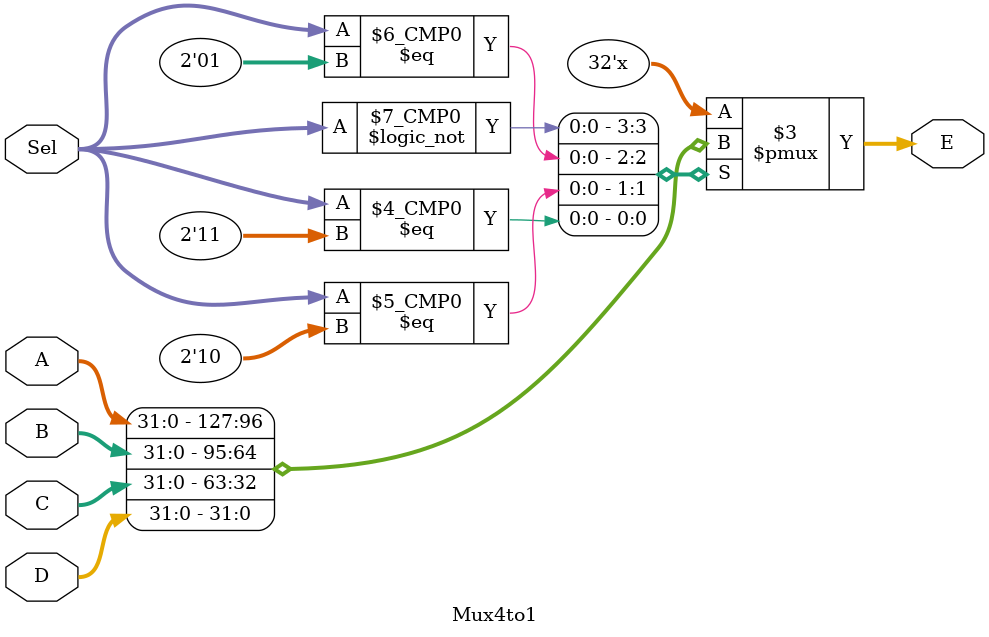
<source format=v>
`timescale 1ns / 1ps

module Mux4to1 ( 
					input [1:0] Sel,
					input [31:0] A,B,C,D,
					output reg signed [31:0] E
					);
initial
	E = 32'd0;
always @(*) 								//Un case que elije el valor de la salida D
	case(Sel)								//dependiendo del valor en la entrada del seleccionador
		2'b00: 	E <= A;		
		2'b01: 	E <= B;
		2'b10: 	E <= C;
		2'b11: 	E <= D;
		default:	E <= 32'd0;
	endcase 
endmodule
</source>
